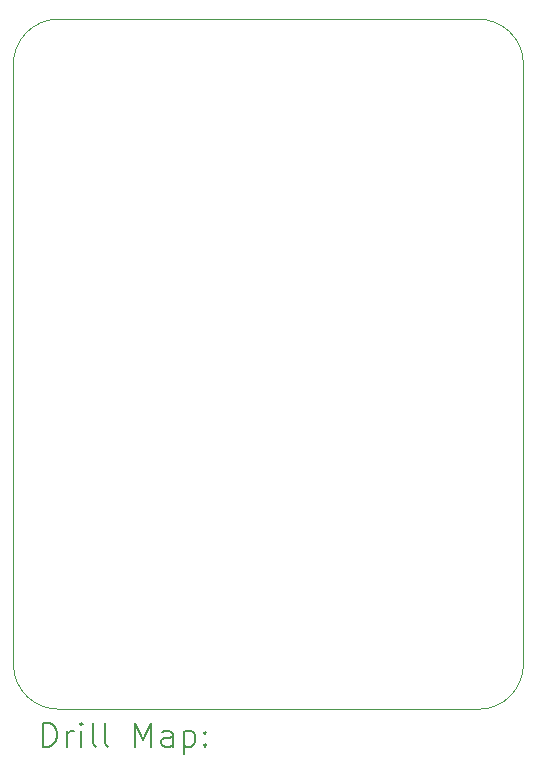
<source format=gbr>
%FSLAX45Y45*%
G04 Gerber Fmt 4.5, Leading zero omitted, Abs format (unit mm)*
G04 Created by KiCad (PCBNEW 6.0.1-79c1e3a40b~116~ubuntu20.04.1) date 2022-01-21 15:32:25*
%MOMM*%
%LPD*%
G01*
G04 APERTURE LIST*
%TA.AperFunction,Profile*%
%ADD10C,0.100000*%
%TD*%
%ADD11C,0.200000*%
G04 APERTURE END LIST*
D10*
X11049000Y-3174689D02*
G75*
G03*
X10668000Y-3571408I53J-381362D01*
G01*
X14605052Y-9017362D02*
G75*
G03*
X14986052Y-8620643I-53J381362D01*
G01*
X14589643Y-3174948D02*
X11049000Y-3174689D01*
X10667638Y-8636052D02*
G75*
G03*
X11064357Y-9017052I381362J53D01*
G01*
X11064357Y-9017052D02*
X14605052Y-9017362D01*
X14986052Y-8620643D02*
X14986362Y-3555948D01*
X14986362Y-3555948D02*
G75*
G03*
X14589643Y-3174948I-381362J-53D01*
G01*
X10668000Y-3571408D02*
X10667638Y-8636052D01*
D11*
X10920257Y-9332838D02*
X10920257Y-9132838D01*
X10967876Y-9132838D01*
X10996448Y-9142362D01*
X11015495Y-9161409D01*
X11025019Y-9180457D01*
X11034543Y-9218552D01*
X11034543Y-9247124D01*
X11025019Y-9285219D01*
X11015495Y-9304267D01*
X10996448Y-9323314D01*
X10967876Y-9332838D01*
X10920257Y-9332838D01*
X11120257Y-9332838D02*
X11120257Y-9199505D01*
X11120257Y-9237600D02*
X11129781Y-9218552D01*
X11139305Y-9209028D01*
X11158352Y-9199505D01*
X11177400Y-9199505D01*
X11244067Y-9332838D02*
X11244067Y-9199505D01*
X11244067Y-9132838D02*
X11234543Y-9142362D01*
X11244067Y-9151886D01*
X11253590Y-9142362D01*
X11244067Y-9132838D01*
X11244067Y-9151886D01*
X11367876Y-9332838D02*
X11348829Y-9323314D01*
X11339305Y-9304267D01*
X11339305Y-9132838D01*
X11472638Y-9332838D02*
X11453590Y-9323314D01*
X11444067Y-9304267D01*
X11444067Y-9132838D01*
X11701210Y-9332838D02*
X11701210Y-9132838D01*
X11767876Y-9275695D01*
X11834543Y-9132838D01*
X11834543Y-9332838D01*
X12015495Y-9332838D02*
X12015495Y-9228076D01*
X12005971Y-9209028D01*
X11986924Y-9199505D01*
X11948829Y-9199505D01*
X11929781Y-9209028D01*
X12015495Y-9323314D02*
X11996448Y-9332838D01*
X11948829Y-9332838D01*
X11929781Y-9323314D01*
X11920257Y-9304267D01*
X11920257Y-9285219D01*
X11929781Y-9266171D01*
X11948829Y-9256648D01*
X11996448Y-9256648D01*
X12015495Y-9247124D01*
X12110733Y-9199505D02*
X12110733Y-9399505D01*
X12110733Y-9209028D02*
X12129781Y-9199505D01*
X12167876Y-9199505D01*
X12186924Y-9209028D01*
X12196448Y-9218552D01*
X12205971Y-9237600D01*
X12205971Y-9294743D01*
X12196448Y-9313790D01*
X12186924Y-9323314D01*
X12167876Y-9332838D01*
X12129781Y-9332838D01*
X12110733Y-9323314D01*
X12291686Y-9313790D02*
X12301210Y-9323314D01*
X12291686Y-9332838D01*
X12282162Y-9323314D01*
X12291686Y-9313790D01*
X12291686Y-9332838D01*
X12291686Y-9209028D02*
X12301210Y-9218552D01*
X12291686Y-9228076D01*
X12282162Y-9218552D01*
X12291686Y-9209028D01*
X12291686Y-9228076D01*
M02*

</source>
